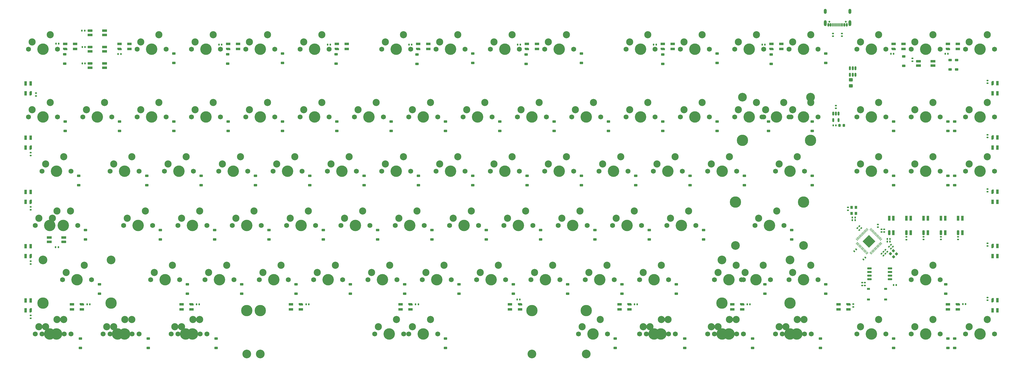
<source format=gbr>
%TF.GenerationSoftware,KiCad,Pcbnew,8.0.1*%
%TF.CreationDate,2025-07-10T21:51:53+09:00*%
%TF.ProjectId,OrionV2V3_rp2040,4f72696f-6e56-4325-9633-5f7270323034,rev?*%
%TF.SameCoordinates,Original*%
%TF.FileFunction,Soldermask,Bot*%
%TF.FilePolarity,Negative*%
%FSLAX46Y46*%
G04 Gerber Fmt 4.6, Leading zero omitted, Abs format (unit mm)*
G04 Created by KiCad (PCBNEW 8.0.1) date 2025-07-10 21:51:53*
%MOMM*%
%LPD*%
G01*
G04 APERTURE LIST*
G04 Aperture macros list*
%AMRoundRect*
0 Rectangle with rounded corners*
0 $1 Rounding radius*
0 $2 $3 $4 $5 $6 $7 $8 $9 X,Y pos of 4 corners*
0 Add a 4 corners polygon primitive as box body*
4,1,4,$2,$3,$4,$5,$6,$7,$8,$9,$2,$3,0*
0 Add four circle primitives for the rounded corners*
1,1,$1+$1,$2,$3*
1,1,$1+$1,$4,$5*
1,1,$1+$1,$6,$7*
1,1,$1+$1,$8,$9*
0 Add four rect primitives between the rounded corners*
20,1,$1+$1,$2,$3,$4,$5,0*
20,1,$1+$1,$4,$5,$6,$7,0*
20,1,$1+$1,$6,$7,$8,$9,0*
20,1,$1+$1,$8,$9,$2,$3,0*%
%AMOutline5P*
0 Free polygon, 5 corners , with rotation*
0 The origin of the aperture is its center*
0 number of corners: always 5*
0 $1 to $10 corner X, Y*
0 $11 Rotation angle, in degrees counterclockwise*
0 create outline with 5 corners*
4,1,5,$1,$2,$3,$4,$5,$6,$7,$8,$9,$10,$1,$2,$11*%
%AMOutline6P*
0 Free polygon, 6 corners , with rotation*
0 The origin of the aperture is its center*
0 number of corners: always 6*
0 $1 to $12 corner X, Y*
0 $13 Rotation angle, in degrees counterclockwise*
0 create outline with 6 corners*
4,1,6,$1,$2,$3,$4,$5,$6,$7,$8,$9,$10,$11,$12,$1,$2,$13*%
%AMOutline7P*
0 Free polygon, 7 corners , with rotation*
0 The origin of the aperture is its center*
0 number of corners: always 7*
0 $1 to $14 corner X, Y*
0 $15 Rotation angle, in degrees counterclockwise*
0 create outline with 7 corners*
4,1,7,$1,$2,$3,$4,$5,$6,$7,$8,$9,$10,$11,$12,$13,$14,$1,$2,$15*%
%AMOutline8P*
0 Free polygon, 8 corners , with rotation*
0 The origin of the aperture is its center*
0 number of corners: always 8*
0 $1 to $16 corner X, Y*
0 $17 Rotation angle, in degrees counterclockwise*
0 create outline with 8 corners*
4,1,8,$1,$2,$3,$4,$5,$6,$7,$8,$9,$10,$11,$12,$13,$14,$15,$16,$1,$2,$17*%
G04 Aperture macros list end*
%ADD10C,1.750000*%
%ADD11C,4.000000*%
%ADD12C,2.500000*%
%ADD13C,3.048000*%
%ADD14C,3.987800*%
%ADD15R,1.700000X0.820000*%
%ADD16RoundRect,0.205000X0.645000X0.205000X-0.645000X0.205000X-0.645000X-0.205000X0.645000X-0.205000X0*%
%ADD17R,0.820000X1.700000*%
%ADD18RoundRect,0.205000X0.205000X-0.645000X0.205000X0.645000X-0.205000X0.645000X-0.205000X-0.645000X0*%
%ADD19C,0.650000*%
%ADD20O,1.000000X2.100000*%
%ADD21O,1.000000X1.800000*%
%ADD22RoundRect,0.205000X-0.645000X-0.205000X0.645000X-0.205000X0.645000X0.205000X-0.645000X0.205000X0*%
%ADD23RoundRect,0.250000X-0.450000X0.325000X-0.450000X-0.325000X0.450000X-0.325000X0.450000X0.325000X0*%
%ADD24RoundRect,0.225000X0.375000X-0.225000X0.375000X0.225000X-0.375000X0.225000X-0.375000X-0.225000X0*%
%ADD25RoundRect,0.140000X-0.140000X-0.170000X0.140000X-0.170000X0.140000X0.170000X-0.140000X0.170000X0*%
%ADD26R,1.600000X0.850000*%
%ADD27Outline6P,-0.800000X0.425000X0.460000X0.425000X0.800000X0.085000X0.800000X-0.425000X-0.460000X-0.425000X-0.800000X-0.085000X0.000000*%
%ADD28RoundRect,0.140000X-0.170000X0.140000X-0.170000X-0.140000X0.170000X-0.140000X0.170000X0.140000X0*%
%ADD29RoundRect,0.140000X0.170000X-0.140000X0.170000X0.140000X-0.170000X0.140000X-0.170000X-0.140000X0*%
%ADD30RoundRect,0.140000X0.140000X0.170000X-0.140000X0.170000X-0.140000X-0.170000X0.140000X-0.170000X0*%
%ADD31Outline6P,-0.800000X0.425000X0.460000X0.425000X0.800000X0.085000X0.800000X-0.425000X-0.460000X-0.425000X-0.800000X-0.085000X180.000000*%
%ADD32R,0.850000X1.600000*%
%ADD33Outline6P,-0.800000X0.425000X0.460000X0.425000X0.800000X0.085000X0.800000X-0.425000X-0.460000X-0.425000X-0.800000X-0.085000X270.000000*%
%ADD34Outline6P,-0.800000X0.425000X0.460000X0.425000X0.800000X0.085000X0.800000X-0.425000X-0.460000X-0.425000X-0.800000X-0.085000X90.000000*%
%ADD35RoundRect,0.150000X-0.150000X-0.425000X0.150000X-0.425000X0.150000X0.425000X-0.150000X0.425000X0*%
%ADD36RoundRect,0.075000X-0.075000X-0.500000X0.075000X-0.500000X0.075000X0.500000X-0.075000X0.500000X0*%
%ADD37RoundRect,0.150000X-0.150000X0.512500X-0.150000X-0.512500X0.150000X-0.512500X0.150000X0.512500X0*%
%ADD38RoundRect,0.140000X-0.219203X-0.021213X-0.021213X-0.219203X0.219203X0.021213X0.021213X0.219203X0*%
%ADD39RoundRect,0.140000X0.219203X0.021213X0.021213X0.219203X-0.219203X-0.021213X-0.021213X-0.219203X0*%
%ADD40RoundRect,0.225000X-0.225000X-0.250000X0.225000X-0.250000X0.225000X0.250000X-0.225000X0.250000X0*%
%ADD41RoundRect,0.150000X-0.650000X-0.150000X0.650000X-0.150000X0.650000X0.150000X-0.650000X0.150000X0*%
%ADD42R,1.000000X0.750000*%
%ADD43RoundRect,0.140000X0.021213X-0.219203X0.219203X-0.021213X-0.021213X0.219203X-0.219203X0.021213X0*%
%ADD44R,0.900000X1.000000*%
%ADD45RoundRect,0.050000X-0.238649X-0.309359X0.309359X0.238649X0.238649X0.309359X-0.309359X-0.238649X0*%
%ADD46RoundRect,0.050000X0.238649X-0.309359X0.309359X-0.238649X-0.238649X0.309359X-0.309359X0.238649X0*%
%ADD47RoundRect,0.144000X0.000000X-2.059095X2.059095X0.000000X0.000000X2.059095X-2.059095X0.000000X0*%
%ADD48RoundRect,0.225000X0.335876X0.017678X0.017678X0.335876X-0.335876X-0.017678X-0.017678X-0.335876X0*%
%ADD49RoundRect,0.225000X-0.335876X-0.017678X-0.017678X-0.335876X0.335876X0.017678X0.017678X0.335876X0*%
G04 APERTURE END LIST*
D10*
%TO.C,MX21*%
X52070000Y-76200000D03*
D11*
X57150000Y-76200000D03*
D10*
X62230000Y-76200000D03*
D12*
X53340000Y-73660000D03*
X59690000Y-71120000D03*
%TD*%
D10*
%TO.C,MX82*%
X97313750Y-152400000D03*
D11*
X102393750Y-152400000D03*
D10*
X107473750Y-152400000D03*
X109220000Y-152400000D03*
D11*
X114300000Y-152400000D03*
D10*
X119380000Y-152400000D03*
D12*
X98583750Y-149860000D03*
X110490000Y-149860000D03*
X104933750Y-147320000D03*
X116840000Y-147320000D03*
%TD*%
D10*
%TO.C,MX69*%
X75882500Y-133350000D03*
D11*
X80962500Y-133350000D03*
D10*
X86042500Y-133350000D03*
D12*
X77152500Y-130810000D03*
X83502500Y-128270000D03*
%TD*%
D10*
%TO.C,MX8*%
X137795000Y-52387500D03*
D11*
X142875000Y-52387500D03*
D10*
X147955000Y-52387500D03*
D12*
X139065000Y-49847500D03*
X145415000Y-47307500D03*
%TD*%
D10*
%TO.C,MX47*%
X213995000Y-95250000D03*
D11*
X219075000Y-95250000D03*
D10*
X224155000Y-95250000D03*
D12*
X215265000Y-92710000D03*
X221615000Y-90170000D03*
%TD*%
D13*
%TO.C,REF\u002A\u002A*%
X219043250Y-126365000D03*
D14*
X219043250Y-141575000D03*
D13*
X242919250Y-126365000D03*
D14*
X242919250Y-141575000D03*
%TD*%
D10*
%TO.C,MX75*%
X190182500Y-133350000D03*
D11*
X195262500Y-133350000D03*
D10*
X200342500Y-133350000D03*
D12*
X191452500Y-130810000D03*
X197802500Y-128270000D03*
%TD*%
D15*
%TO.C,ULED27*%
X-16837500Y-118550000D03*
X-16837500Y-120050000D03*
D16*
X-11737500Y-120050000D03*
D15*
X-11737500Y-118550000D03*
%TD*%
D10*
%TO.C,MX81*%
X25876250Y-152400000D03*
X28257500Y-152400000D03*
D11*
X30956250Y-152400000D03*
X33337500Y-152400000D03*
D10*
X36036250Y-152400000D03*
X38417500Y-152400000D03*
D12*
X27146250Y-149860000D03*
X29527500Y-149860000D03*
X33496250Y-147320000D03*
X35877500Y-147320000D03*
%TD*%
D17*
%TO.C,ULED3*%
X291262500Y-111750000D03*
X289762500Y-111750000D03*
D18*
X289762500Y-116850000D03*
D17*
X291262500Y-116850000D03*
%TD*%
D10*
%TO.C,MX12*%
X223520000Y-52387500D03*
D11*
X228600000Y-52387500D03*
D10*
X233680000Y-52387500D03*
D12*
X224790000Y-49847500D03*
X231140000Y-47307500D03*
%TD*%
D10*
%TO.C,MX35*%
X-19367500Y-95250000D03*
D11*
X-14287500Y-95250000D03*
D10*
X-9207500Y-95250000D03*
D12*
X-18097500Y-92710000D03*
X-11747500Y-90170000D03*
%TD*%
D10*
%TO.C,MX56*%
X66357500Y-114300000D03*
D11*
X71437500Y-114300000D03*
D10*
X76517500Y-114300000D03*
D12*
X67627500Y-111760000D03*
X73977500Y-109220000D03*
%TD*%
D10*
%TO.C,MX85*%
X213995000Y-152400000D03*
X216376250Y-152400000D03*
D11*
X219075000Y-152400000D03*
X221456250Y-152400000D03*
D10*
X224155000Y-152400000D03*
X226536250Y-152400000D03*
D12*
X215265000Y-149860000D03*
X217646250Y-149860000D03*
X221615000Y-147320000D03*
X223996250Y-147320000D03*
%TD*%
D10*
%TO.C,MX73*%
X152082500Y-133350000D03*
D11*
X157162500Y-133350000D03*
D10*
X162242500Y-133350000D03*
D12*
X153352500Y-130810000D03*
X159702500Y-128270000D03*
%TD*%
D10*
%TO.C,MX74*%
X171132500Y-133350000D03*
D11*
X176212500Y-133350000D03*
D10*
X181292500Y-133350000D03*
D12*
X172402500Y-130810000D03*
X178752500Y-128270000D03*
%TD*%
D10*
%TO.C,MX1*%
X-24130000Y-52387500D03*
D11*
X-19050000Y-52387500D03*
D10*
X-13970000Y-52387500D03*
D12*
X-22860000Y-49847500D03*
X-16510000Y-47307500D03*
%TD*%
D10*
%TO.C,MX63*%
X199707500Y-114300000D03*
D11*
X204787500Y-114300000D03*
D10*
X209867500Y-114300000D03*
D12*
X200977500Y-111760000D03*
X207327500Y-109220000D03*
%TD*%
D10*
%TO.C,MX44*%
X156845000Y-95250000D03*
D11*
X161925000Y-95250000D03*
D10*
X167005000Y-95250000D03*
D12*
X158115000Y-92710000D03*
X164465000Y-90170000D03*
%TD*%
D19*
%TO.C,J3*%
X262458250Y-42755000D03*
X256678250Y-42755000D03*
D20*
X263888250Y-43255000D03*
D21*
X263888250Y-39075000D03*
D20*
X255248250Y-43255000D03*
D21*
X255248250Y-39075000D03*
%TD*%
D10*
%TO.C,MX62*%
X180657500Y-114300000D03*
D11*
X185737500Y-114300000D03*
D10*
X190817500Y-114300000D03*
D12*
X181927500Y-111760000D03*
X188277500Y-109220000D03*
%TD*%
D10*
%TO.C,MX18*%
X-5080000Y-76200000D03*
D11*
X0Y-76200000D03*
D10*
X5080000Y-76200000D03*
D12*
X-3810000Y-73660000D03*
X2540000Y-71120000D03*
%TD*%
D10*
%TO.C,MX83*%
X168751250Y-152400000D03*
D11*
X173831250Y-152400000D03*
D10*
X178911250Y-152400000D03*
D12*
X170021250Y-149860000D03*
X176371250Y-147320000D03*
%TD*%
D10*
%TO.C,MX64*%
X230663750Y-114300000D03*
D11*
X235743750Y-114300000D03*
D10*
X240823750Y-114300000D03*
D12*
X231933750Y-111760000D03*
X238283750Y-109220000D03*
%TD*%
D10*
%TO.C,MX52*%
X-21748750Y-114300000D03*
X-16986250Y-114300000D03*
D11*
X-16668750Y-114300000D03*
X-11906250Y-114300000D03*
D10*
X-11588750Y-114300000D03*
X-6826250Y-114300000D03*
D12*
X-15716250Y-111760000D03*
X-14128750Y-109220000D03*
X-20478750Y-111760000D03*
X-9366250Y-109220000D03*
%TD*%
D10*
%TO.C,MX25*%
X128270000Y-76200000D03*
D11*
X133350000Y-76200000D03*
D10*
X138430000Y-76200000D03*
D12*
X129540000Y-73660000D03*
X135890000Y-71120000D03*
%TD*%
D10*
%TO.C,MX41*%
X99695000Y-95250000D03*
D11*
X104775000Y-95250000D03*
D10*
X109855000Y-95250000D03*
D12*
X100965000Y-92710000D03*
X107315000Y-90170000D03*
%TD*%
D10*
%TO.C,MX22*%
X71120000Y-76200000D03*
D11*
X76200000Y-76200000D03*
D10*
X81280000Y-76200000D03*
D12*
X72390000Y-73660000D03*
X78740000Y-71120000D03*
%TD*%
D10*
%TO.C,MX60*%
X142557500Y-114300000D03*
D11*
X147637500Y-114300000D03*
D10*
X152717500Y-114300000D03*
D12*
X143827500Y-111760000D03*
X150177500Y-109220000D03*
%TD*%
D10*
%TO.C,MX68*%
X56832500Y-133350000D03*
D11*
X61912500Y-133350000D03*
D10*
X66992500Y-133350000D03*
D12*
X58102500Y-130810000D03*
X64452500Y-128270000D03*
%TD*%
D10*
%TO.C,MX80*%
X2063750Y-152400000D03*
X4445000Y-152400000D03*
D11*
X7143750Y-152400000D03*
X9525000Y-152400000D03*
D10*
X12223750Y-152400000D03*
X14605000Y-152400000D03*
D12*
X3333750Y-149860000D03*
X5715000Y-149860000D03*
X9683750Y-147320000D03*
X12065000Y-147320000D03*
%TD*%
D10*
%TO.C,MX30*%
X223520000Y-76200000D03*
D11*
X228600000Y-76200000D03*
D10*
X233680000Y-76200000D03*
D12*
X224790000Y-73660000D03*
X231140000Y-71120000D03*
%TD*%
D15*
%TO.C,ULED22*%
X2550000Y-58897500D03*
X2550000Y-57397500D03*
D22*
X-2550000Y-57397500D03*
D15*
X-2550000Y-58897500D03*
%TD*%
D10*
%TO.C,MX61*%
X161607500Y-114300000D03*
D11*
X166687500Y-114300000D03*
D10*
X171767500Y-114300000D03*
D12*
X162877500Y-111760000D03*
X169227500Y-109220000D03*
%TD*%
D10*
%TO.C,MX54*%
X28257500Y-114300000D03*
D11*
X33337500Y-114300000D03*
D10*
X38417500Y-114300000D03*
D12*
X29527500Y-111760000D03*
X35877500Y-109220000D03*
%TD*%
D10*
%TO.C,MX78*%
X285432500Y-133350000D03*
D11*
X290512500Y-133350000D03*
D10*
X295592500Y-133350000D03*
D12*
X286702500Y-130810000D03*
X293052500Y-128270000D03*
%TD*%
D10*
%TO.C,MX24*%
X109220000Y-76200000D03*
D11*
X114300000Y-76200000D03*
D10*
X119380000Y-76200000D03*
D12*
X110490000Y-73660000D03*
X116840000Y-71120000D03*
%TD*%
D10*
%TO.C,MX51*%
X304482500Y-95250000D03*
D11*
X309562500Y-95250000D03*
D10*
X314642500Y-95250000D03*
D12*
X305752500Y-92710000D03*
X312102500Y-90170000D03*
%TD*%
D10*
%TO.C,MX48*%
X237807500Y-95250000D03*
D11*
X242887500Y-95250000D03*
D10*
X247967500Y-95250000D03*
D12*
X239077500Y-92710000D03*
X245427500Y-90170000D03*
%TD*%
D10*
%TO.C,MX26*%
X147320000Y-76200000D03*
D11*
X152400000Y-76200000D03*
D10*
X157480000Y-76200000D03*
D12*
X148590000Y-73660000D03*
X154940000Y-71120000D03*
%TD*%
D17*
%TO.C,ULED2*%
X285212500Y-111755000D03*
X283712500Y-111755000D03*
D18*
X283712500Y-116855000D03*
D17*
X285212500Y-116855000D03*
%TD*%
%TO.C,ULED5*%
X303362500Y-111750000D03*
X301862500Y-111750000D03*
D18*
X301862500Y-116850000D03*
D17*
X303362500Y-116850000D03*
%TD*%
D10*
%TO.C,MX17*%
X-24130000Y-76200000D03*
D11*
X-19050000Y-76200000D03*
D10*
X-13970000Y-76200000D03*
D12*
X-22860000Y-73660000D03*
X-16510000Y-71120000D03*
%TD*%
D10*
%TO.C,MX67*%
X37782500Y-133350000D03*
D11*
X42862500Y-133350000D03*
D10*
X47942500Y-133350000D03*
D12*
X39052500Y-130810000D03*
X45402500Y-128270000D03*
%TD*%
D10*
%TO.C,MX29*%
X204470000Y-76200000D03*
D11*
X209550000Y-76200000D03*
D10*
X214630000Y-76200000D03*
D12*
X205740000Y-73660000D03*
X212090000Y-71120000D03*
%TD*%
D10*
%TO.C,MX87*%
X266382500Y-152400000D03*
D11*
X271462500Y-152400000D03*
D10*
X276542500Y-152400000D03*
D12*
X267652500Y-149860000D03*
X274002500Y-147320000D03*
%TD*%
D10*
%TO.C,MX5*%
X71120000Y-52387500D03*
D11*
X76200000Y-52387500D03*
D10*
X81280000Y-52387500D03*
D12*
X72390000Y-49847500D03*
X78740000Y-47307500D03*
%TD*%
D10*
%TO.C,MX15*%
X285432500Y-52387500D03*
D11*
X290512500Y-52387500D03*
D10*
X295592500Y-52387500D03*
D12*
X286702500Y-49847500D03*
X293052500Y-47307500D03*
%TD*%
D10*
%TO.C,MX86*%
X237807500Y-152400000D03*
X240188750Y-152400000D03*
D11*
X242887500Y-152400000D03*
X245268750Y-152400000D03*
D10*
X247967500Y-152400000D03*
X250348750Y-152400000D03*
D12*
X239077500Y-149860000D03*
X241458750Y-149860000D03*
X245427500Y-147320000D03*
X247808750Y-147320000D03*
%TD*%
D10*
%TO.C,MX55*%
X47307500Y-114300000D03*
D11*
X52387500Y-114300000D03*
D10*
X57467500Y-114300000D03*
D12*
X48577500Y-111760000D03*
X54927500Y-109220000D03*
%TD*%
D10*
%TO.C,MX84*%
X190182500Y-152400000D03*
X192563750Y-152400000D03*
D11*
X195262500Y-152400000D03*
X197643750Y-152400000D03*
D10*
X200342500Y-152400000D03*
X202723750Y-152400000D03*
D12*
X191452500Y-149860000D03*
X193833750Y-149860000D03*
X197802500Y-147320000D03*
X200183750Y-147320000D03*
%TD*%
D17*
%TO.C,ULED1*%
X279162500Y-111750000D03*
X277662500Y-111750000D03*
D18*
X277662500Y-116850000D03*
D17*
X279162500Y-116850000D03*
%TD*%
D10*
%TO.C,MX53*%
X9207500Y-114300000D03*
D11*
X14287500Y-114300000D03*
D10*
X19367500Y-114300000D03*
D12*
X10477500Y-111760000D03*
X16827500Y-109220000D03*
%TD*%
D10*
%TO.C,MX79*%
X-21748750Y-152400000D03*
X-19367500Y-152400000D03*
D11*
X-16668750Y-152400000D03*
X-14287500Y-152400000D03*
D10*
X-11588750Y-152400000D03*
X-9207500Y-152400000D03*
D12*
X-20478750Y-149860000D03*
X-18097500Y-149860000D03*
X-14128750Y-147320000D03*
X-11747500Y-147320000D03*
%TD*%
D10*
%TO.C,MX14*%
X266382500Y-52387500D03*
D11*
X271462500Y-52387500D03*
D10*
X276542500Y-52387500D03*
D12*
X267652500Y-49847500D03*
X274002500Y-47307500D03*
%TD*%
D13*
%TO.C,REF\u002A\u002A*%
X247681750Y-121285000D03*
D14*
X247681750Y-106075000D03*
D13*
X223805750Y-121285000D03*
D14*
X223805750Y-106075000D03*
%TD*%
D10*
%TO.C,MX10*%
X185420000Y-52387500D03*
D11*
X190500000Y-52387500D03*
D10*
X195580000Y-52387500D03*
D12*
X186690000Y-49847500D03*
X193040000Y-47307500D03*
%TD*%
D10*
%TO.C,MX2*%
X13970000Y-52387500D03*
D11*
X19050000Y-52387500D03*
D10*
X24130000Y-52387500D03*
D12*
X15240000Y-49847500D03*
X21590000Y-47307500D03*
%TD*%
D17*
%TO.C,ULED4*%
X297312501Y-111750000D03*
X295812501Y-111750000D03*
D18*
X295812501Y-116850000D03*
D17*
X297312501Y-116850000D03*
%TD*%
D10*
%TO.C,MX7*%
X118745000Y-52387500D03*
D11*
X123825000Y-52387500D03*
D10*
X128905000Y-52387500D03*
D12*
X120015000Y-49847500D03*
X126365000Y-47307500D03*
%TD*%
D10*
%TO.C,MX31*%
X233045000Y-76200000D03*
D11*
X238125000Y-76200000D03*
D10*
X242570000Y-76200000D03*
X243205000Y-76200000D03*
D11*
X247650000Y-76200000D03*
D10*
X252730000Y-76200000D03*
D12*
X234315000Y-73660000D03*
X243840000Y-73660000D03*
X240665000Y-71120000D03*
X250190000Y-71120000D03*
%TD*%
D13*
%TO.C,REF\u002A\u002A*%
X226187000Y-69215000D03*
D14*
X226187000Y-84425000D03*
D13*
X250063000Y-69215000D03*
D14*
X250063000Y-84425000D03*
%TD*%
D10*
%TO.C,MX77*%
X242570000Y-133350000D03*
D11*
X247650000Y-133350000D03*
D10*
X252730000Y-133350000D03*
D12*
X243840000Y-130810000D03*
X250190000Y-128270000D03*
%TD*%
D10*
%TO.C,MX57*%
X85407500Y-114300000D03*
D11*
X90487500Y-114300000D03*
D10*
X95567500Y-114300000D03*
D12*
X86677500Y-111760000D03*
X93027500Y-109220000D03*
%TD*%
D10*
%TO.C,MX20*%
X33020000Y-76200000D03*
D11*
X38100000Y-76200000D03*
D10*
X43180000Y-76200000D03*
D12*
X34290000Y-73660000D03*
X40640000Y-71120000D03*
%TD*%
D10*
%TO.C,MX16*%
X304482500Y-52387500D03*
D11*
X309562500Y-52387500D03*
D10*
X314642500Y-52387500D03*
D12*
X305752500Y-49847500D03*
X312102500Y-47307500D03*
%TD*%
D10*
%TO.C,MX58*%
X104457500Y-114300000D03*
D11*
X109537500Y-114300000D03*
D10*
X114617500Y-114300000D03*
D12*
X105727500Y-111760000D03*
X112077500Y-109220000D03*
%TD*%
D10*
%TO.C,MX89*%
X304482500Y-152400000D03*
D11*
X309562500Y-152400000D03*
D10*
X314642500Y-152400000D03*
D12*
X305752500Y-149860000D03*
X312102500Y-147320000D03*
%TD*%
D10*
%TO.C,MX46*%
X194945000Y-95250000D03*
D11*
X200025000Y-95250000D03*
D10*
X205105000Y-95250000D03*
D12*
X196215000Y-92710000D03*
X202565000Y-90170000D03*
%TD*%
D10*
%TO.C,MX34*%
X304482500Y-76200000D03*
D11*
X309562500Y-76200000D03*
D10*
X314642500Y-76200000D03*
D12*
X305752500Y-73660000D03*
X312102500Y-71120000D03*
%TD*%
D10*
%TO.C,MX40*%
X80645000Y-95250000D03*
D11*
X85725000Y-95250000D03*
D10*
X90805000Y-95250000D03*
D12*
X81915000Y-92710000D03*
X88265000Y-90170000D03*
%TD*%
D10*
%TO.C,MX59*%
X123507500Y-114300000D03*
D11*
X128587500Y-114300000D03*
D10*
X133667500Y-114300000D03*
D12*
X124777500Y-111760000D03*
X131127500Y-109220000D03*
%TD*%
D10*
%TO.C,MX19*%
X13970000Y-76200000D03*
D11*
X19050000Y-76200000D03*
D10*
X24130000Y-76200000D03*
D12*
X15240000Y-73660000D03*
X21590000Y-71120000D03*
%TD*%
D10*
%TO.C,MX28*%
X185420000Y-76200000D03*
D11*
X190500000Y-76200000D03*
D10*
X195580000Y-76200000D03*
D12*
X186690000Y-73660000D03*
X193040000Y-71120000D03*
%TD*%
D10*
%TO.C,MX76*%
X216376250Y-133350000D03*
D11*
X221456250Y-133350000D03*
D10*
X225901250Y-133350000D03*
X226536250Y-133350000D03*
D11*
X230981250Y-133350000D03*
D10*
X236061250Y-133350000D03*
D12*
X217646250Y-130810000D03*
X233521250Y-128270000D03*
X223996250Y-128270000D03*
X227171250Y-130810000D03*
%TD*%
D10*
%TO.C,MX72*%
X133032500Y-133350000D03*
D11*
X138112500Y-133350000D03*
D10*
X143192500Y-133350000D03*
D12*
X134302500Y-130810000D03*
X140652500Y-128270000D03*
%TD*%
D10*
%TO.C,MX33*%
X285432500Y-76200000D03*
D11*
X290512500Y-76200000D03*
D10*
X295592500Y-76200000D03*
D12*
X286702500Y-73660000D03*
X293052500Y-71120000D03*
%TD*%
D10*
%TO.C,MX32*%
X266382500Y-76200000D03*
D11*
X271462500Y-76200000D03*
D10*
X276542500Y-76200000D03*
D12*
X267652500Y-73660000D03*
X274002500Y-71120000D03*
%TD*%
D13*
%TO.C,REF\u002A\u002A*%
X152393750Y-159385000D03*
D14*
X152393750Y-144175000D03*
D13*
X52393750Y-159385000D03*
D14*
X52393750Y-144175000D03*
%TD*%
D10*
%TO.C,MX49*%
X266382500Y-95250000D03*
D11*
X271462500Y-95250000D03*
D10*
X276542500Y-95250000D03*
D12*
X267652500Y-92710000D03*
X274002500Y-90170000D03*
%TD*%
D10*
%TO.C,MX88*%
X285432500Y-152400000D03*
D11*
X290512500Y-152400000D03*
D10*
X295592500Y-152400000D03*
D12*
X286702500Y-149860000D03*
X293052500Y-147320000D03*
%TD*%
D13*
%TO.C,REF\u002A\u002A*%
X171450000Y-159384999D03*
D14*
X171450000Y-144175000D03*
D13*
X57150000Y-159384999D03*
D14*
X57150000Y-144175000D03*
%TD*%
D10*
%TO.C,MX4*%
X52070000Y-52387500D03*
D11*
X57150000Y-52387500D03*
D10*
X62230000Y-52387500D03*
D12*
X53340000Y-49847500D03*
X59690000Y-47307500D03*
%TD*%
D10*
%TO.C,MX23*%
X90170000Y-76200000D03*
D11*
X95250000Y-76200000D03*
D10*
X100330000Y-76200000D03*
D12*
X91440000Y-73660000D03*
X97790000Y-71120000D03*
%TD*%
D10*
%TO.C,MX39*%
X61595000Y-95250000D03*
D11*
X66675000Y-95250000D03*
D10*
X71755000Y-95250000D03*
D12*
X62865000Y-92710000D03*
X69215000Y-90170000D03*
%TD*%
D10*
%TO.C,MX27*%
X166370000Y-76200000D03*
D11*
X171450000Y-76200000D03*
D10*
X176530000Y-76200000D03*
D12*
X167640000Y-73660000D03*
X173990000Y-71120000D03*
%TD*%
D10*
%TO.C,MX3*%
X33020000Y-52387500D03*
D11*
X38100000Y-52387500D03*
D10*
X43180000Y-52387500D03*
D12*
X34290000Y-49847500D03*
X40640000Y-47307500D03*
%TD*%
D10*
%TO.C,MX66*%
X18732500Y-133350000D03*
D11*
X23812500Y-133350000D03*
D10*
X28892500Y-133350000D03*
D12*
X20002500Y-130810000D03*
X26352500Y-128270000D03*
%TD*%
D15*
%TO.C,ULED20*%
X2550000Y-47377500D03*
X2550000Y-45877500D03*
D22*
X-2550000Y-45877500D03*
D15*
X-2550000Y-47377500D03*
%TD*%
D10*
%TO.C,MX43*%
X137795000Y-95250000D03*
D11*
X142875000Y-95250000D03*
D10*
X147955000Y-95250000D03*
D12*
X139065000Y-92710000D03*
X145415000Y-90170000D03*
%TD*%
D15*
%TO.C,ULED21*%
X2550000Y-53137500D03*
X2550000Y-51637500D03*
D22*
X-2550000Y-51637500D03*
D15*
X-2550000Y-53137500D03*
%TD*%
D10*
%TO.C,MX13*%
X242570000Y-52387500D03*
D11*
X247650000Y-52387500D03*
D10*
X252730000Y-52387500D03*
D12*
X243840000Y-49847500D03*
X250190000Y-47307500D03*
%TD*%
D10*
%TO.C,MX36*%
X4445000Y-95250000D03*
D11*
X9525000Y-95250000D03*
D10*
X14605000Y-95250000D03*
D12*
X5715000Y-92710000D03*
X12065000Y-90170000D03*
%TD*%
D10*
%TO.C,MX65*%
X-12223750Y-133350000D03*
D11*
X-7143750Y-133350000D03*
D10*
X-2063750Y-133350000D03*
D12*
X-10953750Y-130810000D03*
X-4603750Y-128270000D03*
%TD*%
D10*
%TO.C,MX9*%
X156845000Y-52387500D03*
D11*
X161925000Y-52387500D03*
D10*
X167005000Y-52387500D03*
D12*
X158115000Y-49847500D03*
X164465000Y-47307500D03*
%TD*%
D10*
%TO.C,MX6*%
X99695000Y-52387500D03*
D11*
X104775000Y-52387500D03*
D10*
X109855000Y-52387500D03*
D12*
X100965000Y-49847500D03*
X107315000Y-47307500D03*
%TD*%
D10*
%TO.C,MX70*%
X94932500Y-133350000D03*
D11*
X100012500Y-133350000D03*
D10*
X105092500Y-133350000D03*
D12*
X96202500Y-130810000D03*
X102552500Y-128270000D03*
%TD*%
D10*
%TO.C,MX45*%
X175895000Y-95250000D03*
D11*
X180975000Y-95250000D03*
D10*
X186055000Y-95250000D03*
D12*
X177165000Y-92710000D03*
X183515000Y-90170000D03*
%TD*%
D13*
%TO.C,REF\u002A\u002A*%
X-19081750Y-126365000D03*
D14*
X-19081750Y-141575000D03*
D13*
X4794250Y-126365000D03*
D14*
X4794250Y-141575000D03*
%TD*%
D10*
%TO.C,MX71*%
X113982500Y-133350000D03*
D11*
X119062500Y-133350000D03*
D10*
X124142500Y-133350000D03*
D12*
X115252500Y-130810000D03*
X121602500Y-128270000D03*
%TD*%
D10*
%TO.C,MX38*%
X42545000Y-95250000D03*
D11*
X47625000Y-95250000D03*
D10*
X52705000Y-95250000D03*
D12*
X43815000Y-92710000D03*
X50165000Y-90170000D03*
%TD*%
D15*
%TO.C,ULED11*%
X293062500Y-58137500D03*
X293062500Y-56637500D03*
D22*
X287962500Y-56637500D03*
D15*
X287962500Y-58137500D03*
%TD*%
D10*
%TO.C,MX11*%
X204470000Y-52387500D03*
D11*
X209550000Y-52387500D03*
D10*
X214630000Y-52387500D03*
D12*
X205740000Y-49847500D03*
X212090000Y-47307500D03*
%TD*%
D10*
%TO.C,MX42*%
X118745000Y-95250000D03*
D11*
X123825000Y-95250000D03*
D10*
X128905000Y-95250000D03*
D12*
X120015000Y-92710000D03*
X126365000Y-90170000D03*
%TD*%
D10*
%TO.C,MX50*%
X285432500Y-95250000D03*
D11*
X290512500Y-95250000D03*
D10*
X295592500Y-95250000D03*
D12*
X286702500Y-92710000D03*
X293052500Y-90170000D03*
%TD*%
D10*
%TO.C,MX37*%
X23495000Y-95250000D03*
D11*
X28575000Y-95250000D03*
D10*
X33655000Y-95250000D03*
D12*
X24765000Y-92710000D03*
X31115000Y-90170000D03*
%TD*%
D23*
%TO.C,F1*%
X264218250Y-63165001D03*
X264218250Y-65214999D03*
%TD*%
D24*
%TO.C,D74*%
X184000000Y-138215000D03*
X184000000Y-134915000D03*
%TD*%
D25*
%TO.C,LC22*%
X-5255000Y-51650000D03*
X-4295000Y-51650000D03*
%TD*%
D24*
%TO.C,D31*%
X250730750Y-81065000D03*
X250730750Y-77765000D03*
%TD*%
D26*
%TO.C,ULED36*%
X222668250Y-143750000D03*
X222668250Y-142000000D03*
D27*
X226168250Y-142000000D03*
D26*
X226168250Y-143750000D03*
%TD*%
D28*
%TO.C,LC6*%
X312168250Y-120535000D03*
X312168250Y-121495000D03*
%TD*%
%TO.C,LC39*%
X312168250Y-139585000D03*
X312168250Y-140545000D03*
%TD*%
%TO.C,LC11*%
X285800000Y-55645000D03*
X285800000Y-56605000D03*
%TD*%
D24*
%TO.C,D68*%
X69700000Y-138215000D03*
X69700000Y-134915000D03*
%TD*%
D25*
%TO.C,LC10*%
X297313250Y-53965000D03*
X298273250Y-53965000D03*
%TD*%
D29*
%TO.C,LC26*%
X-23331751Y-108744999D03*
X-23331751Y-107784999D03*
%TD*%
D30*
%TO.C,LC33*%
X112561249Y-141925000D03*
X111601249Y-141925000D03*
%TD*%
D26*
%TO.C,ULED38*%
X298287500Y-143750000D03*
X298287500Y-142000000D03*
D27*
X301787500Y-142000000D03*
D26*
X301787500Y-143750000D03*
%TD*%
%TO.C,ULED37*%
X259906250Y-143750000D03*
X259906250Y-142000000D03*
D27*
X263406250Y-142000000D03*
D26*
X263406250Y-143750000D03*
%TD*%
D24*
%TO.C,D69*%
X88750000Y-138215000D03*
X88750000Y-134915000D03*
%TD*%
D26*
%TO.C,ULED19*%
X11275000Y-50512500D03*
X11275000Y-52262500D03*
D31*
X7775000Y-52262500D03*
D26*
X7775000Y-50512500D03*
%TD*%
D24*
%TO.C,D15*%
X299025000Y-59525000D03*
X299025000Y-56225000D03*
%TD*%
D26*
%TO.C,ULED33*%
X106306250Y-143750000D03*
X106306250Y-142000000D03*
D27*
X109806250Y-142000000D03*
D26*
X109806250Y-143750000D03*
%TD*%
D24*
%TO.C,D37*%
X36362500Y-100115000D03*
X36362500Y-96815000D03*
%TD*%
%TO.C,D66*%
X31600000Y-138215000D03*
X31600000Y-134915000D03*
%TD*%
%TO.C,D75*%
X203050000Y-138215000D03*
X203050000Y-134915000D03*
%TD*%
%TO.C,D20*%
X45887500Y-81065000D03*
X45887500Y-77765000D03*
%TD*%
%TO.C,D88*%
X298300000Y-157265000D03*
X298300000Y-153965000D03*
%TD*%
%TO.C,D84*%
X205980750Y-157265000D03*
X205980750Y-153965000D03*
%TD*%
D29*
%TO.C,C14*%
X258975000Y-73155000D03*
X258975000Y-72195000D03*
%TD*%
D24*
%TO.C,D36*%
X17312500Y-100115000D03*
X17312500Y-96815000D03*
%TD*%
D25*
%TO.C,LC34*%
X147240000Y-140240000D03*
X148200000Y-140240000D03*
%TD*%
D24*
%TO.C,D34*%
X300650000Y-81065000D03*
X300650000Y-77765000D03*
%TD*%
%TO.C,D52*%
X-4118750Y-119165000D03*
X-4118750Y-115865000D03*
%TD*%
D32*
%TO.C,ULED29*%
X-25156751Y-140589999D03*
X-23406751Y-140589999D03*
D33*
X-23406751Y-144089999D03*
D32*
X-25156751Y-144089999D03*
%TD*%
%TO.C,ULED6*%
X315668250Y-125015000D03*
X313918250Y-125015000D03*
D34*
X313918250Y-121515000D03*
D32*
X315668250Y-121515000D03*
%TD*%
D19*
%TO.C,J1*%
X256678250Y-42755000D03*
X262458250Y-42755000D03*
D35*
X256368250Y-43830000D03*
X257168250Y-43830000D03*
D36*
X258318250Y-43829999D03*
X259318250Y-43830000D03*
X259818250Y-43830000D03*
X260818250Y-43829999D03*
D35*
X261968250Y-43830000D03*
X262768250Y-43830000D03*
X262768250Y-43830000D03*
X261968250Y-43830000D03*
D36*
X261318250Y-43830000D03*
X260318250Y-43830000D03*
X258818250Y-43830000D03*
X257818250Y-43830000D03*
D35*
X257168250Y-43830000D03*
X256368250Y-43830000D03*
D21*
X255248250Y-39075000D03*
D20*
X255248250Y-43255000D03*
D21*
X263888250Y-39075000D03*
D20*
X263888250Y-43255000D03*
%TD*%
D24*
%TO.C,D38*%
X55412500Y-100115000D03*
X55412500Y-96815000D03*
%TD*%
D25*
%TO.C,LC19*%
X7308250Y-54040000D03*
X8268250Y-54040000D03*
%TD*%
D37*
%TO.C,U1*%
X258062501Y-75012500D03*
X259012500Y-75012500D03*
X259962499Y-75012500D03*
X259962499Y-77287500D03*
X258062501Y-77287500D03*
%TD*%
D24*
%TO.C,D58*%
X117325000Y-119165000D03*
X117325000Y-115865000D03*
%TD*%
D26*
%TO.C,ULED35*%
X183106250Y-143750000D03*
X183106250Y-142000000D03*
D27*
X186606250Y-142000000D03*
D26*
X186606250Y-143750000D03*
%TD*%
D25*
%TO.C,LC18*%
X42630000Y-50820000D03*
X43590000Y-50820000D03*
%TD*%
D29*
%TO.C,R3*%
X269186924Y-135323472D03*
X269186924Y-134363472D03*
%TD*%
D30*
%TO.C,LC31*%
X35761250Y-141925000D03*
X34801250Y-141925000D03*
%TD*%
D26*
%TO.C,ULED18*%
X49375000Y-50512500D03*
X49375000Y-52262500D03*
D31*
X45875000Y-52262500D03*
D26*
X45875000Y-50512500D03*
%TD*%
D24*
%TO.C,D11*%
X217337500Y-57252500D03*
X217337500Y-53952500D03*
%TD*%
D28*
%TO.C,LC1*%
X275925000Y-115595000D03*
X275925000Y-116555000D03*
%TD*%
D24*
%TO.C,D83*%
X181618750Y-157265000D03*
X181618750Y-153965000D03*
%TD*%
%TO.C,D2*%
X26837500Y-57252500D03*
X26837500Y-53952500D03*
%TD*%
D38*
%TO.C,C5*%
X266522513Y-115179061D03*
X267201335Y-115857883D03*
%TD*%
D39*
%TO.C,C11*%
X267876335Y-115182883D03*
X267197513Y-114504061D03*
%TD*%
D24*
%TO.C,D46*%
X207812500Y-100115000D03*
X207812500Y-96815000D03*
%TD*%
D40*
%TO.C,C18*%
X260225000Y-79100000D03*
X261775000Y-79100000D03*
%TD*%
D25*
%TO.C,LC23*%
X-14505000Y-50425000D03*
X-13545000Y-50425000D03*
%TD*%
D24*
%TO.C,D9*%
X169712500Y-57252500D03*
X169712500Y-53952500D03*
%TD*%
D29*
%TO.C,LC37*%
X265100000Y-142880000D03*
X265100000Y-141920000D03*
%TD*%
D26*
%TO.C,ULED16*%
X116050000Y-50512500D03*
X116050000Y-52262500D03*
D31*
X112550000Y-52262500D03*
D26*
X112550000Y-50512500D03*
%TD*%
D24*
%TO.C,D63*%
X212575000Y-119165000D03*
X212575000Y-115865000D03*
%TD*%
D29*
%TO.C,LC25*%
X-23331751Y-89694999D03*
X-23331751Y-88734999D03*
%TD*%
D25*
%TO.C,LC12*%
X278263250Y-53965000D03*
X279223250Y-53965000D03*
%TD*%
D24*
%TO.C,D4*%
X64937500Y-57252500D03*
X64937500Y-53952500D03*
%TD*%
%TO.C,D43*%
X150662500Y-100115000D03*
X150662500Y-96815000D03*
%TD*%
D38*
%TO.C,C9*%
X278265589Y-121075589D03*
X278944411Y-121754411D03*
%TD*%
D26*
%TO.C,ULED13*%
X239875000Y-50512500D03*
X239875000Y-52262500D03*
D31*
X236375000Y-52262500D03*
D26*
X236375000Y-50512500D03*
%TD*%
D32*
%TO.C,ULED25*%
X-25156751Y-83439999D03*
X-23406751Y-83439999D03*
D33*
X-23406751Y-86939999D03*
D32*
X-25156751Y-86939999D03*
%TD*%
D24*
%TO.C,D85*%
X229793250Y-157265000D03*
X229793250Y-153965000D03*
%TD*%
%TO.C,D89*%
X300625000Y-157265000D03*
X300625000Y-153965000D03*
%TD*%
%TO.C,D3*%
X45710000Y-57500000D03*
X45710000Y-54200000D03*
%TD*%
D29*
%TO.C,LC5*%
X301850000Y-119230000D03*
X301850000Y-118270000D03*
%TD*%
D24*
%TO.C,D6*%
X112080000Y-57550000D03*
X112080000Y-54250000D03*
%TD*%
D30*
%TO.C,C3*%
X277980000Y-119025000D03*
X277020000Y-119025000D03*
%TD*%
D24*
%TO.C,D18*%
X7787500Y-81065000D03*
X7787500Y-77765000D03*
%TD*%
%TO.C,D47*%
X226862500Y-100115000D03*
X226862500Y-96815000D03*
%TD*%
D28*
%TO.C,R9*%
X257993250Y-46885000D03*
X257993250Y-47845000D03*
%TD*%
D24*
%TO.C,D82*%
X122087500Y-157265000D03*
X122087500Y-153965000D03*
%TD*%
%TO.C,D27*%
X179237500Y-81065000D03*
X179237500Y-77765000D03*
%TD*%
%TO.C,D19*%
X26837500Y-81065000D03*
X26837500Y-77765000D03*
%TD*%
D30*
%TO.C,C7*%
X277980000Y-119975000D03*
X277020000Y-119975000D03*
%TD*%
D41*
%TO.C,U2*%
X270786924Y-133148472D03*
X270786924Y-131878472D03*
X270786924Y-130608472D03*
X270786924Y-129338472D03*
X277986924Y-129338472D03*
X277986924Y-130608472D03*
X277986924Y-131878472D03*
X277986924Y-133148472D03*
%TD*%
D29*
%TO.C,LC29*%
X-23331751Y-146844999D03*
X-23331751Y-145884999D03*
%TD*%
%TO.C,LC2*%
X283700000Y-119235000D03*
X283700000Y-118275000D03*
%TD*%
D30*
%TO.C,LC35*%
X189311250Y-141925000D03*
X188351250Y-141925000D03*
%TD*%
D37*
%TO.C,U4*%
X263943251Y-59052500D03*
X264893250Y-59052500D03*
X265843249Y-59052500D03*
X265843249Y-61327500D03*
X264893250Y-61327500D03*
X263943251Y-61327500D03*
%TD*%
D25*
%TO.C,LC21*%
X-5255000Y-57400000D03*
X-4295000Y-57400000D03*
%TD*%
D24*
%TO.C,D42*%
X131612500Y-100115000D03*
X131612500Y-96815000D03*
%TD*%
%TO.C,D25*%
X141137500Y-81065000D03*
X141137500Y-77765000D03*
%TD*%
%TO.C,D56*%
X79225000Y-119165000D03*
X79225000Y-115865000D03*
%TD*%
%TO.C,D59*%
X136375000Y-119165000D03*
X136375000Y-115865000D03*
%TD*%
%TO.C,D50*%
X298300000Y-100115000D03*
X298300000Y-96815000D03*
%TD*%
D42*
%TO.C,BOOTSEL1*%
X270461924Y-140293472D03*
X276461924Y-140293472D03*
X270461924Y-136543472D03*
X276461924Y-136543472D03*
%TD*%
D24*
%TO.C,D53*%
X22075000Y-119165000D03*
X22075000Y-115865000D03*
%TD*%
%TO.C,D10*%
X198270000Y-57530000D03*
X198270000Y-54230000D03*
%TD*%
D29*
%TO.C,LC3*%
X289750000Y-119230000D03*
X289750000Y-118270000D03*
%TD*%
D38*
%TO.C,C12*%
X277590589Y-121750589D03*
X278269411Y-122429411D03*
%TD*%
D28*
%TO.C,LC8*%
X312168250Y-82435000D03*
X312168250Y-83395000D03*
%TD*%
D25*
%TO.C,LC13*%
X233130000Y-50820000D03*
X234090000Y-50820000D03*
%TD*%
D24*
%TO.C,D29*%
X217337500Y-81065000D03*
X217337500Y-77765000D03*
%TD*%
%TO.C,D78*%
X297500000Y-138215000D03*
X297500000Y-134915000D03*
%TD*%
D43*
%TO.C,C17*%
X268672513Y-126207883D03*
X269351335Y-125529061D03*
%TD*%
D24*
%TO.C,D45*%
X188762500Y-100115000D03*
X188762500Y-96815000D03*
%TD*%
%TO.C,D26*%
X160187500Y-81065000D03*
X160187500Y-77765000D03*
%TD*%
D25*
%TO.C,LC20*%
X-5380000Y-45875000D03*
X-4420000Y-45875000D03*
%TD*%
D26*
%TO.C,ULED34*%
X144706250Y-143750000D03*
X144706250Y-142000000D03*
D27*
X148206250Y-142000000D03*
D26*
X148206250Y-143750000D03*
%TD*%
D29*
%TO.C,LC28*%
X-23331751Y-127794999D03*
X-23331751Y-126834999D03*
%TD*%
D32*
%TO.C,ULED7*%
X315668250Y-105965000D03*
X313918250Y-105965000D03*
D34*
X313918250Y-102465000D03*
D32*
X315668250Y-102465000D03*
%TD*%
D24*
%TO.C,D86*%
X253605750Y-157265000D03*
X253605750Y-153965000D03*
%TD*%
%TO.C,D65*%
X775000Y-138252500D03*
X775000Y-134952500D03*
%TD*%
%TO.C,D40*%
X93512500Y-100115000D03*
X93512500Y-96815000D03*
%TD*%
%TO.C,D73*%
X164950000Y-138215000D03*
X164950000Y-134915000D03*
%TD*%
D26*
%TO.C,ULED32*%
X67906250Y-143750000D03*
X67906250Y-142000000D03*
D27*
X71406250Y-142000000D03*
D26*
X71406250Y-143750000D03*
%TD*%
D30*
%TO.C,C16*%
X265730000Y-111475001D03*
X264770000Y-111475001D03*
%TD*%
D24*
%TO.C,D51*%
X300625000Y-100125000D03*
X300625000Y-96825000D03*
%TD*%
D26*
%TO.C,ULED30*%
X-8893750Y-143750000D03*
X-8893750Y-142000000D03*
D27*
X-5393750Y-142000000D03*
D26*
X-5393750Y-143750000D03*
%TD*%
D29*
%TO.C,LC4*%
X295800001Y-119230000D03*
X295800001Y-118270000D03*
%TD*%
D24*
%TO.C,D64*%
X243531250Y-119165000D03*
X243531250Y-115865000D03*
%TD*%
D44*
%TO.C,Y1*%
X266025000Y-107925000D03*
X266025000Y-110075000D03*
X264475000Y-110075000D03*
X264475000Y-107925000D03*
%TD*%
D24*
%TO.C,D23*%
X103037500Y-81065000D03*
X103037500Y-77765000D03*
%TD*%
%TO.C,D87*%
X279250000Y-157265000D03*
X279250000Y-153965000D03*
%TD*%
%TO.C,D12*%
X236320000Y-57550000D03*
X236320000Y-54250000D03*
%TD*%
D25*
%TO.C,R6*%
X264770000Y-112425000D03*
X265730000Y-112425000D03*
%TD*%
D32*
%TO.C,ULED24*%
X-25156750Y-64389999D03*
X-23406750Y-64389999D03*
D33*
X-23406750Y-67889999D03*
D32*
X-25156750Y-67889999D03*
%TD*%
D24*
%TO.C,D44*%
X169712500Y-100115000D03*
X169712500Y-96815000D03*
%TD*%
%TO.C,D57*%
X98275000Y-119165000D03*
X98275000Y-115865000D03*
%TD*%
%TO.C,D76*%
X234118250Y-138215000D03*
X234118250Y-134915000D03*
%TD*%
%TO.C,D80*%
X17862000Y-157265000D03*
X17862000Y-153965000D03*
%TD*%
D25*
%TO.C,C13*%
X258070000Y-79100000D03*
X259030000Y-79100000D03*
%TD*%
D32*
%TO.C,ULED26*%
X-25156751Y-102489999D03*
X-23406751Y-102489999D03*
D33*
X-23406751Y-105989999D03*
D32*
X-25156751Y-105989999D03*
%TD*%
D26*
%TO.C,ULED14*%
X201775000Y-50512500D03*
X201775000Y-52262500D03*
D31*
X198275000Y-52262500D03*
D26*
X198275000Y-50512500D03*
%TD*%
D24*
%TO.C,D32*%
X279250000Y-81065000D03*
X279250000Y-77765000D03*
%TD*%
D26*
%TO.C,ULED15*%
X154150000Y-50512500D03*
X154150000Y-52262500D03*
D31*
X150650000Y-52262500D03*
D26*
X150650000Y-50512500D03*
%TD*%
%TO.C,ULED23*%
X-7775000Y-50512500D03*
X-7775000Y-52262500D03*
D31*
X-11275000Y-52262500D03*
D26*
X-11275000Y-50512500D03*
%TD*%
D43*
%TO.C,C6*%
X265408102Y-123307883D03*
X266086924Y-122629061D03*
%TD*%
D26*
%TO.C,ULED10*%
X301787500Y-50512500D03*
X301787500Y-52262500D03*
D31*
X298287500Y-52262500D03*
D26*
X298287500Y-50512500D03*
%TD*%
D38*
%TO.C,C10*%
X274972513Y-124154061D03*
X275651335Y-124832883D03*
%TD*%
D26*
%TO.C,ULED31*%
X29506250Y-143750000D03*
X29506250Y-142000000D03*
D27*
X33006250Y-142000000D03*
D26*
X33006250Y-143750000D03*
%TD*%
D45*
%TO.C,U3*%
X270002609Y-124109157D03*
X269719766Y-123826314D03*
X269436924Y-123543472D03*
X269154081Y-123260629D03*
X268871238Y-122977786D03*
X268588396Y-122694944D03*
X268305553Y-122412101D03*
X268022710Y-122129258D03*
X267739867Y-121846415D03*
X267457025Y-121563573D03*
X267174182Y-121280730D03*
X266891339Y-120997887D03*
X266608497Y-120715045D03*
X266325654Y-120432202D03*
D46*
X266325654Y-119247798D03*
X266608497Y-118964955D03*
X266891339Y-118682113D03*
X267174182Y-118399270D03*
X267457025Y-118116427D03*
X267739867Y-117833585D03*
X268022710Y-117550742D03*
X268305553Y-117267899D03*
X268588396Y-116985056D03*
X268871238Y-116702214D03*
X269154081Y-116419371D03*
X269436924Y-116136528D03*
X269719766Y-115853686D03*
X270002609Y-115570843D03*
D45*
X271187013Y-115570843D03*
X271469856Y-115853686D03*
X271752698Y-116136528D03*
X272035541Y-116419371D03*
X272318384Y-116702214D03*
X272601226Y-116985056D03*
X272884069Y-117267899D03*
X273166912Y-117550742D03*
X273449755Y-117833585D03*
X273732597Y-118116427D03*
X274015440Y-118399270D03*
X274298283Y-118682113D03*
X274581125Y-118964955D03*
X274863968Y-119247798D03*
D46*
X274863968Y-120432202D03*
X274581125Y-120715045D03*
X274298283Y-120997887D03*
X274015440Y-121280730D03*
X273732597Y-121563573D03*
X273449755Y-121846415D03*
X273166912Y-122129258D03*
X272884069Y-122412101D03*
X272601226Y-122694944D03*
X272318384Y-122977786D03*
X272035541Y-123260629D03*
X271752698Y-123543472D03*
X271469856Y-123826314D03*
X271187013Y-124109157D03*
D47*
X270594811Y-119840000D03*
%TD*%
D24*
%TO.C,D79*%
X-5950500Y-157265000D03*
X-5950500Y-153965000D03*
%TD*%
%TO.C,D60*%
X155425000Y-119165000D03*
X155425000Y-115865000D03*
%TD*%
D30*
%TO.C,LC36*%
X228873250Y-141925000D03*
X227913250Y-141925000D03*
%TD*%
D24*
%TO.C,D33*%
X298300000Y-81065000D03*
X298300000Y-77765000D03*
%TD*%
%TO.C,D24*%
X122087500Y-81065000D03*
X122087500Y-77765000D03*
%TD*%
%TO.C,D81*%
X41674500Y-157265000D03*
X41674500Y-153965000D03*
%TD*%
%TO.C,D41*%
X112562500Y-100115000D03*
X112562500Y-96815000D03*
%TD*%
D28*
%TO.C,C15*%
X263225000Y-107945003D03*
X263225000Y-108905003D03*
%TD*%
D24*
%TO.C,D5*%
X83770000Y-57490000D03*
X83770000Y-54190000D03*
%TD*%
D32*
%TO.C,ULED9*%
X315668250Y-67865000D03*
X313918250Y-67865000D03*
D34*
X313918250Y-64365000D03*
D32*
X315668250Y-64365000D03*
%TD*%
D28*
%TO.C,LC9*%
X312168250Y-63385000D03*
X312168250Y-64345000D03*
%TD*%
D32*
%TO.C,ULED28*%
X-25156751Y-121539999D03*
X-23406751Y-121539999D03*
D33*
X-23406751Y-125039999D03*
D32*
X-25156751Y-125039999D03*
%TD*%
D24*
%TO.C,D14*%
X282750000Y-58200000D03*
X282750000Y-54900000D03*
%TD*%
%TO.C,D71*%
X126850000Y-138215000D03*
X126850000Y-134915000D03*
%TD*%
%TO.C,D7*%
X131612500Y-57252500D03*
X131612500Y-53952500D03*
%TD*%
%TO.C,D70*%
X107800000Y-138215000D03*
X107800000Y-134915000D03*
%TD*%
D48*
%TO.C,R1*%
X279221283Y-125278998D03*
X278125267Y-124182982D03*
%TD*%
D30*
%TO.C,LC30*%
X-2638750Y-141925000D03*
X-3598750Y-141925000D03*
%TD*%
D26*
%TO.C,ULED12*%
X282737500Y-50512500D03*
X282737500Y-52262500D03*
D31*
X279237500Y-52262500D03*
D26*
X279237500Y-50512500D03*
%TD*%
D28*
%TO.C,R11*%
X275000000Y-115595000D03*
X275000000Y-116555000D03*
%TD*%
D24*
%TO.C,D28*%
X198287500Y-81065000D03*
X198287500Y-77765000D03*
%TD*%
D25*
%TO.C,C8*%
X279188250Y-135215000D03*
X280148250Y-135215000D03*
%TD*%
D24*
%TO.C,D8*%
X150340000Y-57560000D03*
X150340000Y-54260000D03*
%TD*%
D25*
%TO.C,LC27*%
X-14630000Y-121900000D03*
X-13670000Y-121900000D03*
%TD*%
D24*
%TO.C,D16*%
X301350000Y-59525000D03*
X301350000Y-56225000D03*
%TD*%
%TO.C,D13*%
X255437500Y-57252500D03*
X255437500Y-53952500D03*
%TD*%
D28*
%TO.C,R10*%
X261118250Y-46885000D03*
X261118250Y-47845000D03*
%TD*%
D24*
%TO.C,D55*%
X60175000Y-119165000D03*
X60175000Y-115865000D03*
%TD*%
%TO.C,D30*%
X235350000Y-81065000D03*
X235350000Y-77765000D03*
%TD*%
D39*
%TO.C,C1*%
X276326335Y-124157883D03*
X275647513Y-123479061D03*
%TD*%
D28*
%TO.C,C4*%
X273725000Y-113945000D03*
X273725000Y-114905000D03*
%TD*%
D24*
%TO.C,D48*%
X250675000Y-100115000D03*
X250675000Y-96815000D03*
%TD*%
%TO.C,D77*%
X255437500Y-138215000D03*
X255437500Y-134915000D03*
%TD*%
%TO.C,D17*%
X-11262500Y-81065000D03*
X-11262500Y-77765000D03*
%TD*%
D25*
%TO.C,LC15*%
X147405000Y-50820000D03*
X148365000Y-50820000D03*
%TD*%
D24*
%TO.C,D49*%
X279250000Y-100115000D03*
X279250000Y-96815000D03*
%TD*%
%TO.C,D35*%
X-6500000Y-100115000D03*
X-6500000Y-96815000D03*
%TD*%
D32*
%TO.C,ULED39*%
X315668250Y-144065000D03*
X313918250Y-144065000D03*
D34*
X313918250Y-140565000D03*
D32*
X315668250Y-140565000D03*
%TD*%
D24*
%TO.C,D22*%
X83987500Y-81065000D03*
X83987500Y-77765000D03*
%TD*%
D28*
%TO.C,LC7*%
X312168250Y-101485000D03*
X312168250Y-102445000D03*
%TD*%
D24*
%TO.C,D21*%
X64937500Y-81065000D03*
X64937500Y-77765000D03*
%TD*%
D29*
%TO.C,LC24*%
X-21500000Y-68780000D03*
X-21500000Y-67820000D03*
%TD*%
D49*
%TO.C,R2*%
X279168250Y-123140000D03*
X280264266Y-124236016D03*
%TD*%
D25*
%TO.C,LC16*%
X109305000Y-50820000D03*
X110265000Y-50820000D03*
%TD*%
D32*
%TO.C,ULED8*%
X315668250Y-86915000D03*
X313918250Y-86915000D03*
D34*
X313918250Y-83415000D03*
D32*
X315668250Y-83415000D03*
%TD*%
D24*
%TO.C,D54*%
X41125000Y-119165000D03*
X41125000Y-115865000D03*
%TD*%
D29*
%TO.C,R4*%
X268236924Y-135323472D03*
X268236924Y-134363472D03*
%TD*%
D30*
%TO.C,LC38*%
X304477500Y-141890000D03*
X303517500Y-141890000D03*
%TD*%
D24*
%TO.C,D1*%
X-11450000Y-57425000D03*
X-11450000Y-54125000D03*
%TD*%
%TO.C,D61*%
X174475000Y-119165000D03*
X174475000Y-115865000D03*
%TD*%
D30*
%TO.C,LC32*%
X74161250Y-141925000D03*
X73201250Y-141925000D03*
%TD*%
D24*
%TO.C,D72*%
X145900000Y-138215000D03*
X145900000Y-134915000D03*
%TD*%
D25*
%TO.C,LC17*%
X80730000Y-50820000D03*
X81690000Y-50820000D03*
%TD*%
D39*
%TO.C,C2*%
X277001335Y-123482883D03*
X276322513Y-122804061D03*
%TD*%
D24*
%TO.C,D67*%
X50650000Y-138215000D03*
X50650000Y-134915000D03*
%TD*%
D26*
%TO.C,ULED17*%
X87475000Y-50512500D03*
X87475000Y-52262500D03*
D31*
X83975000Y-52262500D03*
D26*
X83975000Y-50512500D03*
%TD*%
D25*
%TO.C,LC14*%
X195030000Y-50820000D03*
X195990000Y-50820000D03*
%TD*%
D24*
%TO.C,D39*%
X74462500Y-100115000D03*
X74462500Y-96815000D03*
%TD*%
%TO.C,D62*%
X193525000Y-119165000D03*
X193525000Y-115865000D03*
%TD*%
M02*

</source>
